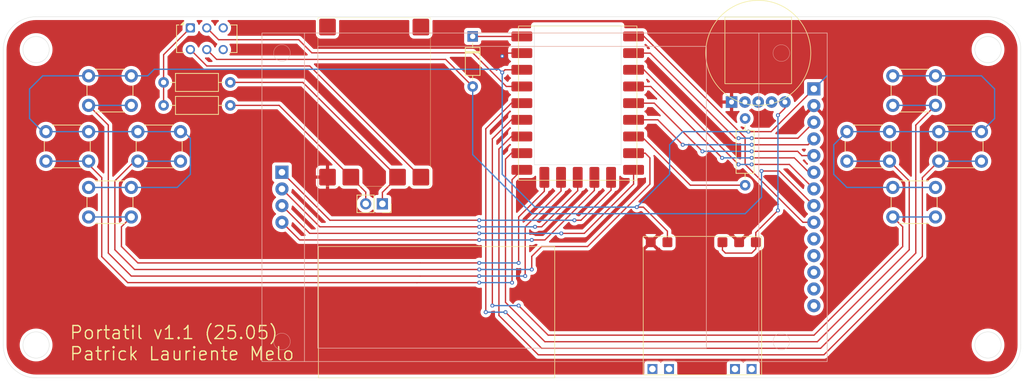
<source format=kicad_pcb>
(kicad_pcb (version 20241229) (generator "pcbnew") (generator_version "9.0")
  (layers (0 "F.Cu" signal) (2 "B.Cu" signal) (5 "F.SilkS" user "F.Silkscreen") (7 "B.SilkS" user "B.Silkscreen") (1 "F.Mask" user) (3 "B.Mask" user) (25 "Edge.Cuts" user))
  (net 0 "")
  (net 1 "Net-(J1-Pin_2)")
  (net 3 "GND")
  (net 4 "Net-(U1-OUT+)")
  (net 8 "+VBAT_REF")
  (net 9 "+VBAT")
  (net 10 "Net-(J2-Pin_1)")
  (net 11 "Net-(R2-Pad2)")
  (net 12 "BTN_UP")
  (net 13 "+3.3V")
  (net 14 "BTN_DOWN")
  (net 15 "BTN_LEFT")
  (net 16 "BTN_RIGHT")
  (net 17 "BTN_A")
  (net 18 "BTN_B")
  (net 19 "BTN_X")
  (net 20 "BTN_Y")
  (net 21 "Net-(D1-K)")
  (net 22 "LCD_SDI")
  (net 23 "SD_CS")
  (net 24 "SD_SDI")
  (net 25 "SD_SDO")
  (net 26 "SND_OUTPUT")
  (net 27 "LCD_RESET")
  (net 28 "LCD_SCK")
  (net 29 "LCD_CS")
  (net 30 "LCD_SDO")
  (net 31 "LCD_DC")
  (net 32 "SD_SCK")
  (net 33 "AMP_INPUT")
  (net 36 "Net-(J2-Pin_2)")
  (footprint "Button_Switch_THT:SW_PUSH_6mm" (layer "F.Cu") (at 51 -10)
    (property "Reference" "SW4" (hide yes))
    (property "Value" "PushRight")
    (fp_line (start -0.25 1.5) (end -0.25 3) (stroke (width 0.12)) (layer "F.SilkS"))
    (fp_line (start 1 5.5) (end 5.5 5.5) (stroke (width 0.12)) (layer "F.SilkS"))
    (fp_line (start 5.5 -1) (end 1 -1) (stroke (width 0.12)) (layer "F.SilkS"))
    (fp_line (start 6.75 3) (end 6.75 1.5) (stroke (width 0.12)) (layer "F.SilkS"))
    (pad "1" thru_hole circle (at 0 0 90) (size 2 2) (drill 1.1) (layers "*.Cu" "*.Mask") (net 13 "+3.3V"))
    (pad "1" thru_hole circle (at 6.5 0 90) (size 2 2) (drill 1.1) (layers "*.Cu" "*.Mask") (net 13 "+3.3V"))
    (pad "2" thru_hole circle (at 0 4.5 90) (size 2 2) (drill 1.1) (layers "*.Cu" "*.Mask") (net 16 "BTN_RIGHT"))
    (pad "2" thru_hole circle (at 6.5 4.5 90) (size 2 2) (drill 1.1) (layers "*.Cu" "*.Mask") (net 16 "BTN_RIGHT"))
  )
  (footprint "Resistor_THT:R_Axial_DIN0207_L6.3mm_D2.5mm_P10.16mm_Horizontal" (layer "F.Cu") (at -42.92 -14 180)
    (property "Reference" "R3" (hide yes))
    (property "Value" "10K")
    (fp_line (start 9.12 0) (end 8.35 0) (stroke (width 0.12)) (layer "F.SilkS"))
    (fp_line (start 8.35 1.37) (end 8.35 -1.37) (stroke (width 0.12)) (layer "F.SilkS"))
    (fp_line (start 8.35 -1.37) (end 1.81 -1.37) (stroke (width 0.12)) (layer "F.SilkS"))
    (fp_line (start 1.81 1.37) (end 8.35 1.37) (stroke (width 0.12)) (layer "F.SilkS"))
    (fp_line (start 1.81 -1.37) (end 1.81 1.37) (stroke (width 0.12)) (layer "F.SilkS"))
    (fp_line (start 1.04 0) (end 1.81 0) (stroke (width 0.12)) (layer "F.SilkS"))
    (pad "1" thru_hole circle (at 0 0 180) (size 1.6 1.6) (drill 0.8) (layers "*.Cu" "*.Mask") (net 36 "Net-(J2-Pin_2)"))
    (pad "2" thru_hole oval (at 10.16 0 180) (size 1.6 1.6) (drill 0.8) (layers "*.Cu" "*.Mask") (net 11 "Net-(R2-Pad2)"))
  )
  (footprint "Connector_PinSocket_2.54mm:PinSocket_1x02_P2.54mm_Vertical" (layer "F.Cu") (at -19.75 1 -90)
    (property "Reference" "J2" (hide yes))
    (property "Value" "BatteryConnector")
    (fp_line (start -1.33 3.87) (end 1.33 3.87) (stroke (width 0.12)) (layer "F.SilkS"))
    (fp_line (start -1.33 1.27) (end -1.33 3.87) (stroke (width 0.12)) (layer "F.SilkS"))
    (fp_line (start -1.33 1.27) (end 1.33 1.27) (stroke (width 0.12)) (layer "F.SilkS"))
    (fp_line (start 1.33 1.27) (end 1.33 3.87) (stroke (width 0.12)) (layer "F.SilkS"))
    (fp_line (start 0 -1.33) (end 1.33 -1.33) (stroke (width 0.12)) (layer "F.SilkS"))
    (fp_line (start 1.33 -1.33) (end 1.33 0) (stroke (width 0.12)) (layer "F.SilkS"))
    (pad "1" thru_hole rect (at 0 0 270) (size 1.7 1.7) (drill 1) (layers "*.Cu" "*.Mask") (net 10 "Net-(J2-Pin_1)"))
    (pad "2" thru_hole circle (at 0 2.54 270) (size 1.7 1.7) (drill 1) (layers "*.Cu" "*.Mask") (net 36 "Net-(J2-Pin_2)"))
  )
  (footprint "Resistor_THT:R_Axial_DIN0207_L6.3mm_D2.5mm_P10.16mm_Horizontal" (layer "F.Cu") (at 35.5 -12 -90)
    (property "Reference" "R1" (hide yes))
    (property "Value" "22K")
    (fp_line (start 1.81 1.37) (end 8.35 1.37) (stroke (width 0.12)) (layer "F.SilkS"))
    (fp_line (start 8.35 1.37) (end 8.35 -1.37) (stroke (width 0.12)) (layer "F.SilkS"))
    (fp_line (start 1.04 0) (end 1.81 0) (stroke (width 0.12)) (layer "F.SilkS"))
    (fp_line (start 9.12 0) (end 8.35 0) (stroke (width 0.12)) (layer "F.SilkS"))
    (fp_line (start 1.81 -1.37) (end 1.81 1.37) (stroke (width 0.12)) (layer "F.SilkS"))
    (fp_line (start 8.35 -1.37) (end 1.81 -1.37) (stroke (width 0.12)) (layer "F.SilkS"))
    (pad "1" thru_hole circle (at 0 0 270) (size 1.6 1.6) (drill 0.8) (layers "*.Cu" "*.Mask") (net 1 "Net-(J1-Pin_2)"))
    (pad "2" thru_hole oval (at 10.16 0 270) (size 1.6 1.6) (drill 0.8) (layers "*.Cu" "*.Mask") (net 26 "SND_OUTPUT"))
  )
  (footprint "Button_Switch_THT:SW_PUSH_6mm" (layer "F.Cu") (at -57 -10)
    (property "Reference" "SW8" (hide yes))
    (property "Value" "PushY")
    (fp_line (start -0.25 1.5) (end -0.25 3) (stroke (width 0.12)) (layer "F.SilkS"))
    (fp_line (start 1 5.5) (end 5.5 5.5) (stroke (width 0.12)) (layer "F.SilkS"))
    (fp_line (start 5.5 -1) (end 1 -1) (stroke (width 0.12)) (layer "F.SilkS"))
    (fp_line (start 6.75 3) (end 6.75 1.5) (stroke (width 0.12)) (layer "F.SilkS"))
    (pad "1" thru_hole circle (at 0 0 90) (size 2 2) (drill 1.1) (layers "*.Cu" "*.Mask") (net 13 "+3.3V"))
    (pad "1" thru_hole circle (at 6.5 0 90) (size 2 2) (drill 1.1) (layers "*.Cu" "*.Mask") (net 13 "+3.3V"))
    (pad "2" thru_hole circle (at 0 4.5 90) (size 2 2) (drill 1.1) (layers "*.Cu" "*.Mask") (net 20 "BTN_Y"))
    (pad "2" thru_hole circle (at 6.5 4.5 90) (size 2 2) (drill 1.1) (layers "*.Cu" "*.Mask") (net 20 "BTN_Y"))
  )
  (footprint "Button_Switch_THT:SW_PUSH_6mm" (layer "F.Cu") (at -64.5 -1.5)
    (property "Reference" "SW6" (hide yes))
    (property "Value" "PushB")
    (fp_line (start -0.25 1.5) (end -0.25 3) (stroke (width 0.12)) (layer "F.SilkS"))
    (fp_line (start 1 5.5) (end 5.5 5.5) (stroke (width 0.12)) (layer "F.SilkS"))
    (fp_line (start 5.5 -1) (end 1 -1) (stroke (width 0.12)) (layer "F.SilkS"))
    (fp_line (start 6.75 3) (end 6.75 1.5) (stroke (width 0.12)) (layer "F.SilkS"))
    (pad "1" thru_hole circle (at 0 0 90) (size 2 2) (drill 1.1) (layers "*.Cu" "*.Mask") (net 13 "+3.3V"))
    (pad "1" thru_hole circle (at 6.5 0 90) (size 2 2) (drill 1.1) (layers "*.Cu" "*.Mask") (net 13 "+3.3V"))
    (pad "2" thru_hole circle (at 0 4.5 90) (size 2 2) (drill 1.1) (layers "*.Cu" "*.Mask") (net 18 "BTN_B"))
    (pad "2" thru_hole circle (at 6.5 4.5 90) (size 2 2) (drill 1.1) (layers "*.Cu" "*.Mask") (net 18 "BTN_B"))
  )
  (footprint "Button_Switch_THT:SW_PUSH_6mm" (layer "F.Cu") (at -71 -10)
    (property "Reference" "SW5" (hide yes))
    (property "Value" "PushA")
    (fp_line (start -0.25 1.5) (end -0.25 3) (stroke (width 0.12)) (layer "F.SilkS"))
    (fp_line (start 1 5.5) (end 5.5 5.5) (stroke (width 0.12)) (layer "F.SilkS"))
    (fp_line (start 5.5 -1) (end 1 -1) (stroke (width 0.12)) (layer "F.SilkS"))
    (fp_line (start 6.75 3) (end 6.75 1.5) (stroke (width 0.12)) (layer "F.SilkS"))
    (pad "1" thru_hole circle (at 0 0 90) (size 2 2) (drill 1.1) (layers "*.Cu" "*.Mask") (net 13 "+3.3V"))
    (pad "1" thru_hole circle (at 6.5 0 90) (size 2 2) (drill 1.1) (layers "*.Cu" "*.Mask") (net 13 "+3.3V"))
    (pad "2" thru_hole circle (at 0 4.5 90) (size 2 2) (drill 1.1) (layers "*.Cu" "*.Mask") (net 17 "BTN_A"))
    (pad "2" thru_hole circle (at 6.5 4.5 90) (size 2 2) (drill 1.1) (layers "*.Cu" "*.Mask") (net 17 "BTN_A"))
  )
  (footprint "Portatil:RP2040 Zero" (layer "F.Cu") (at 10 -14.34)
    (property "Reference" "U3" (hide yes))
    (property "Value" "RP2040 Zero")
    (fp_rect (start -9.017 -11.7475) (end 9.017 11.7475) (stroke (width 0.1)) (fill no) (layer "F.SilkS"))
    (fp_rect (start -6.604 -11.811) (end 6.604 9.398) (stroke (width 0.05)) (fill no) (layer "Edge.Cuts"))
    (pad "1" smd roundrect (at 8.509 -10.16) (size 3.175 1.5) (layers "F.Cu" "F.Mask" "F.Paste") (roundrect_rratio 0.15) (net 30 "LCD_SDO"))
    (pad "2" smd roundrect (at 8.509 -7.62) (size 3.175 1.5) (layers "F.Cu" "F.Mask" "F.Paste") (roundrect_rratio 0.15) (net 29 "LCD_CS"))
    (pad "3" smd roundrect (at 8.509 -5.08) (size 3.175 1.5) (layers "F.Cu" "F.Mask" "F.Paste") (roundrect_rratio 0.15) (net 28 "LCD_SCK"))
    (pad "4" smd roundrect (at 8.509 -2.54) (size 3.175 1.5) (layers "F.Cu" "F.Mask" "F.Paste") (roundrect_rratio 0.15) (net 22 "LCD_SDI"))
    (pad "5" smd roundrect (at 8.509 0) (size 3.175 1.5) (layers "F.Cu" "F.Mask" "F.Paste") (roundrect_rratio 0.15) (net 31 "LCD_DC"))
    (pad "6" smd roundrect (at 8.509 2.54) (size 3.175 1.5) (layers "F.Cu" "F.Mask" "F.Paste") (roundrect_rratio 0.15) (net 27 "LCD_RESET"))
    (pad "7" smd roundrect (at 8.509 5.08) (size 3.175 1.5) (layers "F.Cu" "F.Mask" "F.Paste") (roundrect_rratio 0.15) (net 26 "SND_OUTPUT"))
    (pad "8" smd roundrect (at 8.509 7.62) (size 3.175 1.5) (layers "F.Cu" "F.Mask" "F.Paste") (roundrect_rratio 0.15) (net 20 "BTN_Y"))
    (pad "9" smd roundrect (at 8.509 10.16) (size 3.175 1.5) (layers "F.Cu" "F.Mask" "F.Paste") (roundrect_rratio 0.15) (net 25 "SD_SDO"))
    (pad "10" smd roundrect (at 5.08 11.303) (size 1.5 3.175) (layers "F.Cu" "F.Mask" "F.Paste") (roundrect_rratio 0.15) (net 23 "SD_CS"))
    (pad "11" smd roundrect (at 2.54 11.303) (size 1.5 3.175) (layers "F.Cu" "F.Mask" "F.Paste") (roundrect_rratio 0.15) (net 32 "SD_SCK"))
    (pad "12" smd roundrect (at 0 11.303) (size 1.5 3.175) (layers "F.Cu" "F.Mask" "F.Paste") (roundrect_rratio 0.15) (net 24 "SD_SDI"))
    (pad "13" smd roundrect (at -2.54 11.303) (size 1.5 3.175) (layers "F.Cu" "F.Mask" "F.Paste") (roundrect_rratio 0.15) (net 19 "BTN_X"))
    (pad "14" smd roundrect (at -5.08 11.303) (size 1.5 3.175) (layers "F.Cu" "F.Mask" "F.Paste") (roundrect_rratio 0.15) (net 18 "BTN_B"))
    (pad "15" smd roundrect (at -8.509 10.16) (size 3.175 1.5) (layers "F.Cu" "F.Mask" "F.Paste") (roundrect_rratio 0.15) (net 17 "BTN_A"))
    (pad "16" smd roundrect (at -8.509 7.62) (size 3.175 1.5) (layers "F.Cu" "F.Mask" "F.Paste") (roundrect_rratio 0.15) (net 16 "BTN_RIGHT"))
    (pad "17" smd roundrect (at -8.509 5.08) (size 3.175 1.5) (layers "F.Cu" "F.Mask" "F.Paste") (roundrect_rratio 0.15) (net 15 "BTN_LEFT"))
    (pad "18" smd roundrect (at -8.509 2.54) (size 3.175 1.5) (layers "F.Cu" "F.Mask" "F.Paste") (roundrect_rratio 0.15) (net 14 "BTN_DOWN"))
    (pad "19" smd roundrect (at -8.509 0) (size 3.175 1.5) (layers "F.Cu" "F.Mask" "F.Paste") (roundrect_rratio 0.15) (net 12 "BTN_UP"))
    (pad "20" smd roundrect (at -8.509 -2.54) (size 3.175 1.5) (layers "F.Cu" "F.Mask" "F.Paste") (roundrect_rratio 0.15) (net 8 "+VBAT_REF"))
    (pad "21" smd roundrect (at -8.509 -5.08) (size 3.175 1.5) (layers "F.Cu" "F.Mask" "F.Paste") (roundrect_rratio 0.15) (net 13 "+3.3V"))
    (pad "22" smd roundrect (at -8.509 -7.62) (size 3.175 1.5) (layers "F.Cu" "F.Mask" "F.Paste") (roundrect_rratio 0.15) (net 3 "GND"))
    (pad "23" smd roundrect (at -8.509 -10.16) (size 3.175 1.5) (layers "F.Cu" "F.Mask" "F.Paste") (roundrect_rratio 0.15) (net 21 "Net-(D1-K)"))
  )
  (footprint "Button_Switch_THT:SW_PUSH_6mm" (layer "F.Cu") (at 58 -1.5)
    (property "Reference" "SW2" (hide yes))
    (property "Value" "PushDown")
    (fp_line (start -0.25 1.5) (end -0.25 3) (stroke (width 0.12)) (layer "F.SilkS"))
    (fp_line (start 1 5.5) (end 5.5 5.5) (stroke (width 0.12)) (layer "F.SilkS"))
    (fp_line (start 5.5 -1) (end 1 -1) (stroke (width 0.12)) (layer "F.SilkS"))
    (fp_line (start 6.75 3) (end 6.75 1.5) (stroke (width 0.12)) (layer "F.SilkS"))
    (pad "1" thru_hole circle (at 0 0 90) (size 2 2) (drill 1.1) (layers "*.Cu" "*.Mask") (net 13 "+3.3V"))
    (pad "1" thru_hole circle (at 6.5 0 90) (size 2 2) (drill 1.1) (layers "*.Cu" "*.Mask") (net 13 "+3.3V"))
    (pad "2" thru_hole circle (at 0 4.5 90) (size 2 2) (drill 1.1) (layers "*.Cu" "*.Mask") (net 14 "BTN_DOWN"))
    (pad "2" thru_hole circle (at 6.5 4.5 90) (size 2 2) (drill 1.1) (layers "*.Cu" "*.Mask") (net 14 "BTN_DOWN"))
  )
  (footprint "Button_Switch_THT:SW_PUSH_6mm" (layer "F.Cu") (at 65 -10)
    (property "Reference" "SW3" (hide yes))
    (property "Value" "PushLeft")
    (fp_line (start -0.25 1.5) (end -0.25 3) (stroke (width 0.12)) (layer "F.SilkS"))
    (fp_line (start 1 5.5) (end 5.5 5.5) (stroke (width 0.12)) (layer "F.SilkS"))
    (fp_line (start 5.5 -1) (end 1 -1) (stroke (width 0.12)) (layer "F.SilkS"))
    (fp_line (start 6.75 3) (end 6.75 1.5) (stroke (width 0.12)) (layer "F.SilkS"))
    (pad "1" thru_hole circle (at 0 0 90) (size 2 2) (drill 1.1) (layers "*.Cu" "*.Mask") (net 13 "+3.3V"))
    (pad "1" thru_hole circle (at 6.5 0 90) (size 2 2) (drill 1.1) (layers "*.Cu" "*.Mask") (net 13 "+3.3V"))
    (pad "2" thru_hole circle (at 0 4.5 90) (size 2 2) (drill 1.1) (layers "*.Cu" "*.Mask") (net 15 "BTN_LEFT"))
    (pad "2" thru_hole circle (at 6.5 4.5 90) (size 2 2) (drill 1.1) (layers "*.Cu" "*.Mask") (net 15 "BTN_LEFT"))
  )
  (footprint "Diode_THT:D_DO-35_SOD27_P7.62mm_Horizontal" (layer "F.Cu") (at -6 -24.5 -90)
    (property "Reference" "D1" (hide yes))
    (property "Value" "1N5820")
    (fp_line (start 1.69 1.12) (end 5.93 1.12) (stroke (width 0.12)) (layer "F.SilkS"))
    (fp_line (start 5.93 1.12) (end 5.93 -1.12) (stroke (width 0.12)) (layer "F.SilkS"))
    (fp_line (start 1.04 0) (end 1.69 0) (stroke (width 0.12)) (layer "F.SilkS"))
    (fp_line (start 6.58 0) (end 5.93 0) (stroke (width 0.12)) (layer "F.SilkS"))
    (fp_line (start 1.69 -1.12) (end 1.69 1.12) (stroke (width 0.12)) (layer "F.SilkS"))
    (fp_line (start 2.29 -1.12) (end 2.29 1.12) (stroke (width 0.12)) (layer "F.SilkS"))
    (fp_line (start 2.41 -1.12) (end 2.41 1.12) (stroke (width 0.12)) (layer "F.SilkS"))
    (fp_line (start 2.53 -1.12) (end 2.53 1.12) (stroke (width 0.12)) (layer "F.SilkS"))
    (fp_line (start 5.93 -1.12) (end 1.69 -1.12) (stroke (width 0.12)) (layer "F.SilkS"))
    (pad "1" thru_hole rect (at 0 0 270) (size 1.6 1.6) (drill 0.8) (layers "*.Cu" "*.Mask") (net 21 "Net-(D1-K)"))
    (pad "2" thru_hole oval (at 7.62 0 270) (size 1.6 1.6) (drill 0.8) (layers "*.Cu" "*.Mask") (net 9 "+VBAT"))
  )
  (footprint "Button_Switch_THT:SW_CK_JS202011CQN_DPDT_Straight" (layer "F.Cu") (at -49 -25.8)
    (property "Reference" "SW9" (hide yes))
    (property "Value" "PowerSwitch")
    (fp_line (start -2.1 -0.45) (end -2.1 3.75) (stroke (width 0.12)) (layer "F.SilkS"))
    (fp_line (start -2.1 3.75) (end -0.9 3.75) (stroke (width 0.12)) (layer "F.SilkS"))
    (fp_line (start -1.75 -0.45) (end -2.1 -0.45) (stroke (width 0.12)) (layer "F.SilkS"))
    (fp_line (start 5.9 -0.45) (end 7.1 -0.45) (stroke (width 0.12)) (layer "F.SilkS"))
    (fp_line (start 7.1 -0.45) (end 7.1 3.75) (stroke (width 0.12)) (layer "F.SilkS"))
    (fp_line (start 7.1 3.75) (end 5.9 3.75) (stroke (width 0.12)) (layer "F.SilkS"))
    (fp_poly (pts (xy -1 -0.45) (xy -1.48 -0.45) (xy -1 -0.93) (xy -1 -0.45)) (stroke (width 0.12)) (fill yes) (layer "F.SilkS"))
    (pad "1" thru_hole roundrect (at 0 0) (size 1.4 1.4) (drill 0.9) (layers "*.Cu" "*.Mask") (roundrect_rratio 0.1785714286) (net 11 "Net-(R2-Pad2)"))
    (pad "2" thru_hole circle (at 2.5 0) (size 1.4 1.4) (drill 0.9) (layers "*.Cu" "*.Mask") (net 8 "+VBAT_REF"))
    (pad "3" thru_hole circle (at 5 0) (size 1.4 1.4) (drill 0.9) (layers "*.Cu" "*.Mask"))
    (pad "4" thru_hole circle (at 5 3.3) (size 1.4 1.4) (drill 0.9) (layers "*.Cu" "*.Mask"))
    (pad "5" thru_hole circle (at 2.5 3.3) (size 1.4 1.4) (drill 0.9) (layers "*.Cu" "*.Mask") (net 9 "+VBAT"))
    (pad "6" thru_hole circle (at 0 3.3) (size 1.4 1.4) (drill 0.9) (layers "*.Cu" "*.Mask") (net 4 "Net-(U1-OUT+)"))
  )
  (footprint "Resistor_THT:R_Axial_DIN0207_L6.3mm_D2.5mm_P10.16mm_Horizontal" (layer "F.Cu") (at -42.92 -17.5 180)
    (property "Reference" "R2" (hide yes))
    (property "Value" "10K")
    (fp_line (start 9.12 0) (end 8.35 0) (stroke (width 0.12)) (layer "F.SilkS"))
    (fp_line (start 8.35 1.37) (end 8.35 -1.37) (stroke (width 0.12)) (layer "F.SilkS"))
    (fp_line (start 8.35 -1.37) (end 1.81 -1.37) (stroke (width 0.12)) (layer "F.SilkS"))
    (fp_line (start 1.81 1.37) (end 8.35 1.37) (stroke (width 0.12)) (layer "F.SilkS"))
    (fp_line (start 1.81 -1.37) (end 1.81 1.37) (stroke (width 0.12)) (layer "F.SilkS"))
    (fp_line (start 1.04 0) (end 1.81 0) (stroke (width 0.12)) (layer "F.SilkS"))
    (pad "1" thru_hole circle (at 0 0 180) (size 1.6 1.6) (drill 0.8) (layers "*.Cu" "*.Mask") (net 10 "Net-(J2-Pin_1)"))
    (pad "2" thru_hole oval (at 10.16 0 180) (size 1.6 1.6) (drill 0.8) (layers "*.Cu" "*.Mask") (net 11 "Net-(R2-Pad2)"))
  )
  (footprint "Portatil:Thumbwheel Potentiometer" (layer "F.Cu") (at 37.5 -22)
    (property "Reference" "J1" (hide yes))
    (property "Value" "B102 1K VolumePot")
    (fp_rect (start -5.08 -5.461) (end 5.08 4.699) (stroke (width 0.1)) (fill no) (layer "F.SilkS"))
    (fp_circle (center 0 0) (end 8.001 0) (stroke (width 0.1)) (fill no) (layer "F.SilkS"))
    (pad "1" thru_hole rect (at -4.064 7.493) (size 1.75 1.75) (drill 0.75) (layers "*.Cu" "*.Mask") (net 3 "GND"))
    (pad "2" thru_hole circle (at -2.032 7.493) (size 1.75 1.75) (drill 0.75) (layers "*.Cu" "*.Mask") (net 1 "Net-(J1-Pin_2)"))
    (pad "3" thru_hole circle (at 0 7.493) (size 1.75 1.75) (drill 0.75) (layers "*.Cu" "*.Mask"))
    (pad "4" thru_hole circle (at 2.032 7.493) (size 1.75 1.75) (drill 0.75) (layers "*.Cu" "*.Mask"))
    (pad "5" thru_hole circle (at 4.064 7.493) (size 1.75 1.75) (drill 0.75) (layers "*.Cu" "*.Mask") (net 33 "AMP_INPUT"))
  )
  (footprint "Portatil:PAM8403 Module" (layer "F.Cu") (at 29 16.5 180)
    (property "Reference" "U2" (hide yes))
    (property "Value" "PAM8403")
    (fp_rect (start -9.017 -10.541) (end 9.017 10.541) (stroke (width 0.1)) (fill no) (layer "F.SilkS"))
    (pad "1" smd roundrect (at 5.334 9.652 180) (size 1.5 1.5) (layers "F.Cu" "F.Mask" "F.Paste") (roundrect_rratio 0.15) (net 13 "+3.3V"))
    (pad "2" smd roundrect (at 7.874 9.652 180) (size 1.5 1.5) (layers "F.Cu" "F.Mask" "F.Paste") (roundrect_rratio 0.15) (net 3 "GND"))
    (pad "3" smd roundrect (at -8.128 9.652 180) (size 1.5 1.5) (layers "F.Cu" "F.Mask" "F.Paste") (roundrect_rratio 0.15) (net 33 "AMP_INPUT"))
    (pad "4" smd roundrect (at -5.588 9.652 180) (size 1.5 1.5) (layers "F.Cu" "F.Mask" "F.Paste") (roundrect_rratio 0.15) (net 3 "GND"))
    (pad "5" smd roundrect (at -3.048 9.652 180) (size 1.5 1.5) (layers "F.Cu" "F.Mask" "F.Paste") (roundrect_rratio 0.15) (net 33 "AMP_INPUT"))
    (pad "6" thru_hole rect (at -4.953 -9.652 180) (size 1.5 1.5) (drill 1) (layers "*.Cu" "F.Mask" "F.Paste"))
    (pad "7" thru_hole rect (at -7.493 -9.652 180) (size 1.5 1.5) (drill 1) (layers "*.Cu" "F.Mask" "F.Paste"))
    (pad "8" thru_hole rect (at 5.08 -9.652 180) (size 1.5 1.5) (drill 1) (layers "*.Cu" "F.Mask" "F.Paste"))
    (pad "9" thru_hole rect (at 7.62 -9.652 180) (size 1.5 1.5) (drill 1) (layers "*.Cu" "F.Mask" "F.Paste"))
  )
  (footprint "Portatil:TP4056 Module" (layer "F.Cu") (at -21 -14.5)
    (property "Reference" "U1" (hide yes))
    (property "Value" "TP4056")
    (fp_rect (start -8.5725 -12.842875) (end 8.5725 12.842875) (stroke (width 0.05)) (fill no) (layer "F.SilkS"))
    (pad "1" smd roundrect (at 7.112 -11.43) (size 2.54 2.54) (layers "F.Cu" "F.Mask" "F.Paste") (roundrect_rratio 0.09842519685))
    (pad "2" smd roundrect (at -7.112 -11.43) (size 2.54 2.54) (layers "F.Cu" "F.Mask" "F.Paste") (roundrect_rratio 0.09842519685))
    (pad "3" smd roundrect (at 3.556 11.43) (size 2.54 2.54) (layers "F.Cu" "F.Mask" "F.Paste") (roundrect_rratio 0.09842519685) (net 10 "Net-(J2-Pin_1)"))
    (pad "4" smd roundrect (at -3.556 11.43) (size 2.54 2.54) (layers "F.Cu" "F.Mask" "F.Paste") (roundrect_rratio 0.09842519685) (net 36 "Net-(J2-Pin_2)"))
    (pad "5" smd roundrect (at 7.112 11.43) (size 2.54 2.54) (layers "F.Cu" "F.Mask" "F.Paste") (roundrect_rratio 0.09842519685) (net 4 "Net-(U1-OUT+)"))
    (pad "6" smd roundrect (at -7.112 11.43) (size 2.54 2.54) (layers "F.Cu" "F.Mask" "F.Paste") (roundrect_rratio 0.09842519685) (net 3 "GND"))
  )
  (footprint "Button_Switch_THT:SW_PUSH_6mm" (layer "F.Cu") (at -64.5 -18.5)
    (property "Reference" "SW7" (hide yes))
    (property "Value" "PushX")
    (fp_line (start -0.25 1.5) (end -0.25 3) (stroke (width 0.12)) (layer "F.SilkS"))
    (fp_line (start 1 5.5) (end 5.5 5.5) (stroke (width 0.12)) (layer "F.SilkS"))
    (fp_line (start 5.5 -1) (end 1 -1) (stroke (width 0.12)) (layer "F.SilkS"))
    (fp_line (start 6.75 3) (end 6.75 1.5) (stroke (width 0.12)) (layer "F.SilkS"))
    (pad "1" thru_hole circle (at 0 0 90) (size 2 2) (drill 1.1) (layers "*.Cu" "*.Mask") (net 13 "+3.3V"))
    (pad "1" thru_hole circle (at 6.5 0 90) (size 2 2) (drill 1.1) (layers "*.Cu" "*.Mask") (net 13 "+3.3V"))
    (pad "2" thru_hole circle (at 0 4.5 90) (size 2 2) (drill 1.1) (layers "*.Cu" "*.Mask") (net 19 "BTN_X"))
    (pad "2" thru_hole circle (at 6.5 4.5 90) (size 2 2) (drill 1.1) (layers "*.Cu" "*.Mask") (net 19 "BTN_X"))
  )
  (footprint "Button_Switch_THT:SW_PUSH_6mm" (layer "F.Cu") (at 58 -18.5)
    (property "Reference" "SW1" (hide yes))
    (property "Value" "PushUp")
    (fp_line (start -0.25 1.5) (end -0.25 3) (stroke (width 0.12)) (layer "F.SilkS"))
    (fp_line (start 1 5.5) (end 5.5 5.5) (stroke (width 0.12)) (layer "F.SilkS"))
    (fp_line (start 5.5 -1) (end 1 -1) (stroke (width 0.12)) (layer "F.SilkS"))
    (fp_line (start 6.75 3) (end 6.75 1.5) (stroke (width 0.12)) (layer "F.SilkS"))
    (pad "1" thru_hole circle (at 0 0 90) (size 2 2) (drill 1.1) (layers "*.Cu" "*.Mask") (net 13 "+3.3V"))
    (pad "1" thru_hole circle (at 6.5 0 90) (size 2 2) (drill 1.1) (layers "*.Cu" "*.Mask") (net 13 "+3.3V"))
    (pad "2" thru_hole circle (at 0 4.5 90) (size 2 2) (drill 1.1) (layers "*.Cu" "*.Mask") (net 12 "BTN_UP"))
    (pad "2" thru_hole circle (at 6.5 4.5 90) (size 2 2) (drill 1.1) (layers "*.Cu" "*.Mask") (net 12 "BTN_UP"))
  )
  (footprint "Portatil:ILI9341 Module" (layer "B.Cu") (at 0 0 180)
    (property "Reference" "U4" (hide yes))
    (property "Value" "ILI9341")
    (fp_line (start 31.623 25.019) (end 31.623 -25.019) (stroke (width 0.1)) (layer "B.SilkS"))
    (fp_line (start -37.592 25.019) (end -37.592 -25.019) (stroke (width 0.1)) (layer "B.SilkS"))
    (fp_rect (start -29.591 22.987) (end 29.591 -22.987) (stroke (width 0.1)) (fill no) (layer "B.SilkS"))
    (fp_rect (start -48.006 25.019) (end 38.1 -25.019) (stroke (width 0.1)) (fill no) (layer "B.SilkS"))
    (fp_circle (center 35.052 21.971) (end 36.322 21.971) (stroke (width 0.05)) (fill no) (layer "B.SilkS"))
    (fp_circle (center 35.052 -21.971) (end 36.322 -21.971) (stroke (width 0.05)) (fill no) (layer "B.SilkS"))
    (fp_circle (center -41.021 21.971) (end -39.751 21.971) (stroke (width 0.05)) (fill no) (layer "B.SilkS"))
    (fp_circle (center -41.021 -21.971) (end -39.751 -21.971) (stroke (width 0.05)) (fill no) (layer "B.SilkS"))
    (pad "1" thru_hole rect (at -45.974 16.51 180) (size 2 2) (drill 1) (layers "*.Cu" "*.Mask") (net 13 "+3.3V"))
    (pad "2" thru_hole circle (at -45.974 13.97 180) (size 2 2) (drill 1) (layers "*.Cu" "*.Mask") (net 3 "GND"))
    (pad "3" thru_hole circle (at -45.974 11.43 180) (size 2 2) (drill 1) (layers "*.Cu" "*.Mask") (net 29 "LCD_CS"))
    (pad "4" thru_hole circle (at -45.974 8.89 180) (size 2 2) (drill 1) (layers "*.Cu" "*.Mask") (net 27 "LCD_RESET"))
    (pad "5" thru_hole circle (at -45.974 6.35 180) (size 2 2) (drill 1) (layers "*.Cu" "*.Mask") (net 31 "LCD_DC"))
    (pad "6" thru_hole circle (at -45.974 3.81 180) (size 2 2) (drill 1) (layers "*.Cu" "*.Mask") (net 22 "LCD_SDI"))
    (pad "7" thru_hole circle (at -45.974 1.27 180) (size 2 2) (drill 1) (layers "*.Cu" "*.Mask") (net 28 "LCD_SCK"))
    (pad "8" thru_hole circle (at -45.974 -1.27 180) (size 2 2) (drill 1) (layers "*.Cu" "*.Mask") (net 9 "+VBAT"))
    (pad "9" thru_hole circle (at -45.974 -3.81 180) (size 2 2) (drill 1) (layers "*.Cu" "*.Mask") (net 30 "LCD_SDO"))
    (pad "10" thru_hole circle (at -45.974 -6.35 180) (size 2 2) (drill 1) (layers "*.Cu" "*.Mask"))
    (pad "11" thru_hole circle (at -45.974 -8.89 180) (size 2 2) (drill 1) (layers "*.Cu" "*.Mask"))
    (pad "12" thru_hole circle (at -45.974 -11.43 180) (size 2 2) (drill 1) (layers "*.Cu" "*.Mask"))
    (pad "13" thru_hole circle (at -45.974 -13.97 180) (size 2 2) (drill 1) (layers "*.Cu" "*.Mask"))
    (pad "14" thru_hole circle (at -45.974 -16.51 180) (size 2 2) (drill 1) (layers "*.Cu" "*.Mask"))
    (pad "15" thru_hole rect (at 35.052 3.81 180) (size 2 2) (drill 1) (layers "*.Cu" "*.Mask") (net 23 "SD_CS"))
    (pad "16" thru_hole circle (at 35.052 1.27 180) (size 2 2) (drill 1) (layers "*.Cu" "*.Mask") (net 24 "SD_SDI"))
    (pad "17" thru_hole circle (at 35.052 -1.27 180) (size 2 2) (drill 1) (layers "*.Cu" "*.Mask") (net 25 "SD_SDO"))
    (pad "18" thru_hole circle (at 35.052 -3.81 180) (size 2 2) (drill 1) (layers "*.Cu" "*.Mask") (net 32 "SD_SCK"))
  )
  (gr_rect (start -29.5 7.5) (end 6.5 27.5) (stroke (width 0.1)) (fill no) (layer "F.SilkS"))
  (gr_arc (start 77.5 22.5) (mid 76.035534 26.035534) (end 72.5 27.5) (stroke (width 0.05)) (layer "Edge.Cuts"))
  (gr_arc (start 72.5 -27.5) (mid 76.035534 -26.035534) (end 77.5 -22.5) (stroke (width 0.05)) (layer "Edge.Cuts"))
  (gr_circle (center 72.5 -22.5) (end 74.5 -22.5) (stroke (width 0.05)) (fill no) (layer "Edge.Cuts"))
  (gr_circle (center -72.5 -22.5) (end -70.5 -22.5) (stroke (width 0.05)) (fill no) (layer "Edge.Cuts"))
  (gr_line (start -77.5 22.5) (end -77.5 -22.5) (stroke (width 0.05)) (layer "Edge.Cuts"))
  (gr_arc (start -72.5 27.5) (mid -76.035534 26.035534) (end -77.5 22.5) (stroke (width 0.05)) (layer "Edge.Cuts"))
  (gr_line (start 72.5 27.5) (end -72.5 27.5) (stroke (width 0.05)) (layer "Edge.Cuts"))
  (gr_circle (center 72.5 22.5) (end 74.5 22.5) (stroke (width 0.05)) (fill no) (layer "Edge.Cuts"))
  (gr_line (start 77.5 -22.5) (end 77.5 22.5) (stroke (width 0.05)) (layer "Edge.Cuts"))
  (gr_arc (start -77.5 -22.5) (mid -76.035534 -26.035534) (end -72.5 -27.5) (stroke (width 0.05)) (layer "Edge.Cuts"))
  (gr_line (start -72.5 -27.5) (end 72.5 -27.5) (stroke (width 0.05)) (layer "Edge.Cuts"))
  (gr_circle (center -72.5 22.5) (end -70.5 22.5) (stroke (width 0.05)) (fill no) (layer "Edge.Cuts"))
  (gr_text "Portatil v1.1 (25.05)\nPatrick Lauriente Melo" (at -67.5 25 0) (layer "F.SilkS") (effects (font (size 2 2) (thickness 0.2) (bold yes)) (justify left bottom)))
  (segment (start -1.04 -21.96) (end -1.5 -21.5) (width 0.2) (layer "F.Cu") (net 3))
  (segment (start 1.491 -21.96) (end -1.04 -21.96) (width 0.2) (layer "F.Cu") (net 3))
  (via (at -1.5 -21.5) (size 0.6) (drill 0.3) (layers "F.Cu" "B.Cu") (net 3))
  (segment (start -30.818 -20) (end -13.888 -3.07) (width 0.2) (layer "F.Cu") (net 4))
  (segment (start -46.5 -20) (end -30.818 -20) (width 0.2) (layer "F.Cu") (net 4))
  (segment (start -49 -22.5) (end -46.5 -20) (width 0.2) (layer "F.Cu") (net 4))
  (segment (start -32.5 -24) (end -30.5 -22) (width 0.2) (layer "F.Cu") (net 8))
  (segment (start -0.88 -16.88) (end 1.491 -16.88) (width 0.2) (layer "F.Cu") (net 8))
  (segment (start -6 -22) (end -0.88 -16.88) (width 0.2) (layer "F.Cu") (net 8))
  (segment (start -44.7 -24) (end -32.5 -24) (width 0.2) (layer "F.Cu") (net 8))
  (segment (start -46.5 -25.8) (end -44.7 -24) (width 0.2) (layer "F.Cu") (net 8))
  (segment (start -30.5 -22) (end -6 -22) (width 0.2) (layer "F.Cu") (net 8))
  (segment (start 40.704 -4) (end 38 -4) (width 0.2) (layer "F.Cu") (net 9))
  (segment (start -46.5 -22.5) (end -45 -21) (width 0.2) (layer "F.Cu") (net 9))
  (segment (start -45 -21) (end -10.12 -21) (width 0.2) (layer "F.Cu") (net 9))
  (segment (start -10.12 -21) (end -6 -16.88) (width 0.2) (layer "F.Cu") (net 9))
  (segment (start 45.974 1.27) (end 40.704 -4) (width 0.2) (layer "F.Cu") (net 9))
  (via (at 38 -4) (size 0.6) (drill 0.3) (layers "F.Cu" "B.Cu") (net 9))
  (segment (start 38 0) (end 38 -4) (width 0.2) (layer "B.Cu") (net 9))
  (segment (start -6 -16.88) (end -6 -6.5) (width 0.2) (layer "B.Cu") (net 9))
  (segment (start 35.5 2.5) (end 38 0) (width 0.2) (layer "B.Cu") (net 9))
  (segment (start 3 2.5) (end 35.5 2.5) (width 0.2) (layer "B.Cu") (net 9))
  (segment (start -6 -6.5) (end 3 2.5) (width 0.2) (layer "B.Cu") (net 9))
  (segment (start -17.444 -3.07) (end -31.874 -17.5) (width 0.2) (layer "F.Cu") (net 10))
  (segment (start -17.444 -3.056) (end -17.444 -3.07) (width 0.2) (layer "F.Cu") (net 10))
  (segment (start -31.874 -17.5) (end -42.92 -17.5) (width 0.2) (layer "F.Cu") (net 10))
  (segment (start -19.75 -0.75) (end -17.444 -3.056) (width 0.2) (layer "F.Cu") (net 10))
  (segment (start -19.75 1) (end -19.75 -0.75) (width 0.2) (layer "F.Cu") (net 10))
  (segment (start -53.08 -14) (end -53.08 -17.5) (width 0.2) (layer "F.Cu") (net 11))
  (segment (start -53.08 -21.72) (end -49 -25.8) (width 0.2) (layer "F.Cu") (net 11))
  (segment (start -53.08 -17.5) (end -53.08 -21.72) (width 0.2) (layer "F.Cu") (net 11))
  (segment (start -0.0965 -14.34) (end -4 -10.4365) (width 0.2) (layer "F.Cu") (net 12))
  (segment (start 1.491 -14.34) (end -0.0965 -14.34) (width 0.2) (layer "F.Cu") (net 12))
  (segment (start 61.5 -11) (end 61.5 8.5) (width 0.2) (layer "F.Cu") (net 12))
  (segment (start 61.5 8.5) (end 47 23) (width 0.2) (layer "F.Cu") (net 12))
  (segment (start 47 23) (end 4.5 23) (width 0.2) (layer "F.Cu") (net 12))
  (segment (start 64.5 -14) (end 61.5 -11) (width 0.2) (layer "F.Cu") (net 12))
  (segment (start 4.5 23) (end 2 20.5) (width 0.2) (layer "F.Cu") (net 12))
  (segment (start -4 -10.4365) (end -4 17.5) (width 0.2) (layer "F.Cu") (net 12))
  (segment (start 2 20.5) (end -1 17.5) (width 0.2) (layer "F.Cu") (net 12))
  (via (at -4 17.5) (size 0.6) (drill 0.3) (layers "F.Cu" "B.Cu") (net 12))
  (via (at -1 17.5) (size 0.6) (drill 0.3) (layers "F.Cu" "B.Cu") (net 12))
  (via (at -4 17.5) (size 0.6) (drill 0.3) (layers "F.Cu" "B.Cu") (net 12))
  (segment (start -4 17.5) (end -1 17.5) (width 0.2) (layer "B.Cu") (net 12))
  (segment (start 58 -14) (end 64.5 -14) (width 0.2) (layer "B.Cu") (net 12))
  (segment (start 39.464 -10) (end 36 -10) (width 0.2) (layer "F.Cu") (net 13))
  (segment (start 45.974 -16.51) (end 39.464 -10) (width 0.2) (layer "F.Cu") (net 13))
  (segment (start -1.08 -19.42) (end 1.491 -19.42) (width 0.2) (layer "F.Cu") (net 13))
  (segment (start 20 1.5) (end 23.666 5.166) (width 0.2) (layer "F.Cu") (net 13))
  (segment (start -1.5 -19) (end -1.08 -19.42) (width 0.2) (layer "F.Cu") (net 13))
  (segment (start 19 1.5) (end 20 1.5) (width 0.2) (layer "F.Cu") (net 13))
  (segment (start 23.666 5.166) (end 23.666 6.848) (width 0.2) (layer "F.Cu") (net 13))
  (via (at 36 -10) (size 0.6) (drill 0.3) (layers "F.Cu" "B.Cu") (net 13))
  (via (at -1.5 -19) (size 0.6) (drill 0.3) (layers "F.Cu" "B.Cu") (net 13))
  (via (at 19 1.5) (size 0.6) (drill 0.3) (layers "F.Cu" "B.Cu") (net 13))
  (segment (start 73.5 -16.5) (end 73.5 -12) (width 0.2) (layer "B.Cu") (net 13))
  (segment (start 64.5 -18.5) (end 71.5 -18.5) (width 0.2) (layer "B.Cu") (net 13))
  (segment (start 58 -18.5) (end 64.5 -18.5) (width 0.2) (layer "B.Cu") (net 13))
  (segment (start 49 -8) (end 49 -3.5) (width 0.2) (layer "B.Cu") (net 13))
  (segment (start 49 -3.5) (end 51 -1.5) (width 0.2) (layer "B.Cu") (net 13))
  (segment (start 24 -8) (end 26 -10) (width 0.2) (layer "B.Cu") (net 13))
  (segment (start -54.5 -19.5) (end -2 -19.5) (width 0.2) (layer "B.Cu") (net 13))
  (segment (start -1.5 -3.5) (end -1.5 -19) (width 0.2) (layer "B.Cu") (net 13))
  (segment (start -51 -10) (end -50 -10) (width 0.2) (layer "B.Cu") (net 13))
  (segment (start 26 -10) (end 36 -10) (width 0.2) (layer "B.Cu") (net 13))
  (segment (start 24 -3.5) (end 24 -8) (width 0.2) (layer "B.Cu") (net 13))
  (segment (start -57.5 -10) (end -51 -10) (width 0.2) (layer "B.Cu") (net 13))
  (segment (start 71.5 -10) (end 65 -10) (width 0.2) (layer "B.Cu") (net 13))
  (segment (start 3.5 1.5) (end -1.5 -3.5) (width 0.2) (layer "B.Cu") (net 13))
  (segment (start -50 -10) (end -49 -9) (width 0.2) (layer "B.Cu") (net 13))
  (segment (start -55.5 -18.5) (end -54.5 -19.5) (width 0.2) (layer "B.Cu") (net 13))
  (segment (start -73.5 -12) (end -71.5 -10) (width 0.2) (layer "B.Cu") (net 13))
  (segment (start 71.5 -18.5) (end 73.5 -16.5) (width 0.2) (layer "B.Cu") (net 13))
  (segment (start 45.974 -16.51) (end 47.964 -18.5) (width 0.2) (layer "B.Cu") (net 13))
  (segment (start -58 -1.5) (end -64.5 -1.5) (width 0.2) (layer "B.Cu") (net 13))
  (segment (start -71.5 -18.5) (end -73.5 -16.5) (width 0.2) (layer "B.Cu") (net 13))
  (segment (start -2 -19.5) (end -1.5 -19) (width 0.2) (layer "B.Cu") (net 13))
  (segment (start -49 -3.5) (end -51 -1.5) (width 0.2) (layer "B.Cu") (net 13))
  (segment (start -71.5 -10) (end -65 -10) (width 0.2) (layer "B.Cu") (net 13))
  (segment (start 51 -10) (end 49 -8) (width 0.2) (layer "B.Cu") (net 13))
  (segment (start 73.5 -12) (end 71.5 -10) (width 0.2) (layer "B.Cu") (net 13))
  (segment (start -65 -10) (end -57.5 -10) (width 0.2) (layer "B.Cu") (net 13))
  (segment (start 58 -1.5) (end 64.5 -1.5) (width 0.2) (layer "B.Cu") (net 13))
  (segment (start 51 -1.5) (end 58 -1.5) (width 0.2) (layer "B.Cu") (net 13))
  (segment (start -73.5 -16.5) (end -73.5 -12) (width 0.2) (layer "B.Cu") (net 13))
  (segment (start -64.5 -18.5) (end -71.5 -18.5) (width 0.2) (layer "B.Cu") (net 13))
  (segment (start 19 1.5) (end 3.5 1.5) (width 0.2) (layer "B.Cu") (net 13))
  (segment (start -49 -9) (end -49 -3.5) (width 0.2) (layer "B.Cu") (net 13))
  (segment (start -58 -18.5) (end -64.5 -18.5) (width 0.2) (layer "B.Cu") (net 13))
  (segment (start 19 1.5) (end 24 -3.5) (width 0.2) (layer "B.Cu") (net 13))
  (segment (start 57.5 -10) (end 51 -10) (width 0.2) (layer "B.Cu") (net 13))
  (segment (start -51 -1.5) (end -58 -1.5) (width 0.2) (layer "B.Cu") (net 13))
  (segment (start -58 -18.5) (end -55.5 -18.5) (width 0.2) (layer "B.Cu") (net 13))
  (segment (start 65 -10) (end 57.5 -10) (width 0.2) (layer "B.Cu") (net 13))
  (segment (start 58 3) (end 59.5 4.5) (width 0.2) (layer "F.Cu") (net 14))
  (segment (start -0.0965 -11.8) (end -3 -8.8965) (width 0.2) (layer "F.Cu") (net 14))
  (segment (start 59.5 7.5) (end 46 21) (width 0.2) (layer "F.Cu") (net 14))
  (segment (start 59.5 4.5) (end 59.5 7.5) (width 0.2) (layer "F.Cu") (net 14))
  (segment (start -3 -8.8965) (end -3 16.5) (width 0.2) (layer "F.Cu") (net 14))
  (segment (start 5.5 21) (end 3 18.5) (width 0.2) (layer "F.Cu") (net 14))
  (segment (start 3 18.5) (end 1 16.5) (width 0.2) (layer "F.Cu") (net 14))
  (segment (start 1.491 -11.8) (end -0.0965 -11.8) (width 0.2) (layer "F.Cu") (net 14))
  (segment (start 46 21) (end 5.5 21) (width 0.2) (layer "F.Cu") (net 14))
  (via (at -3 16.5) (size 0.6) (drill 0.3) (layers "F.Cu" "B.Cu") (net 14))
  (via (at 1 16.5) (size 0.6) (drill 0.3) (layers "F.Cu" "B.Cu") (net 14))
  (segment (start 58 3) (end 64.5 3) (width 0.2) (layer "B.Cu") (net 14))
  (segment (start -3 16.5) (end 1 16.5) (width 0.2) (layer "B.Cu") (net 14))
  (segment (start 4 24) (end -2 18) (width 0.2) (layer "F.Cu") (net 15))
  (segment (start 62.5 9) (end 47.5 24) (width 0.2) (layer "F.Cu") (net 15))
  (segment (start 47.5 24) (end 4 24) (width 0.2) (layer "F.Cu") (net 15))
  (segment (start 62.5 -3) (end 62.5 9) (width 0.2) (layer "F.Cu") (net 15))
  (segment (start -0.0965 -9.26) (end 1.491 -9.26) (width 0.2) (layer "F.Cu") (net 15))
  (segment (start 65 -5.5) (end 62.5 -3) (width 0.2) (layer "F.Cu") (net 15))
  (segment (start -2 -7.3565) (end -0.0965 -9.26) (width 0.2) (layer "F.Cu") (net 15))
  (segment (start -2 18) (end -2 -7.3565) (width 0.2) (layer "F.Cu") (net 15))
  (segment (start 65 -5.5) (end 71.5 -5.5) (width 0.2) (layer "B.Cu") (net 15))
  (segment (start 1.491 -6.72) (end -0.0965 -6.72) (width 0.2) (layer "F.Cu") (net 16))
  (segment (start 57.5 -5.5) (end 60.5 -2.5) (width 0.2) (layer "F.Cu") (net 16))
  (segment (start -1 -5.8165) (end -1 16) (width 0.2) (layer "F.Cu") (net 16))
  (segment (start 46.5 22) (end 5 22) (width 0.2) (layer "F.Cu") (net 16))
  (segment (start 60.5 8) (end 46.5 22) (width 0.2) (layer "F.Cu") (net 16))
  (segment (start 60.5 -2.5) (end 60.5 8) (width 0.2) (layer "F.Cu") (net 16))
  (segment (start 5 22) (end -1 16) (width 0.2) (layer "F.Cu") (net 16))
  (segment (start -0.0965 -6.72) (end -1 -5.8165) (width 0.2) (layer "F.Cu") (net 16))
  (segment (start 51 -5.5) (end 57.5 -5.5) (width 0.2) (layer "B.Cu") (net 16))
  (segment (start -62.5 9.046634) (end -58.546634 13) (width 0.2) (layer "F.Cu") (net 17))
  (segment (start 1.491 -4.18) (end 0 -2.689) (width 0.2) (layer "F.Cu") (net 17))
  (segment (start -65 -5.5) (end -62.5 -3) (width 0.2) (layer "F.Cu") (net 17))
  (segment (start -14.5 13) (end -5 13) (width 0.2) (layer "F.Cu") (net 17))
  (segment (start -58.546634 13) (end -14.5 13) (width 0.2) (layer "F.Cu") (net 17))
  (segment (start -62.5 -3) (end -62.5 9.046634) (width 0.2) (layer "F.Cu") (net 17))
  (segment (start 0 -2.689) (end 0 13) (width 0.2) (layer "F.Cu") (net 17))
  (via (at -5 13) (size 0.6) (drill 0.3) (layers "F.Cu" "B.Cu") (net 17))
  (via (at 0 13) (size 0.6) (drill 0.3) (layers "F.Cu" "B.Cu") (net 17))
  (segment (start -5 13) (end 0 13) (width 0.2) (layer "B.Cu") (net 17))
  (segment (start -71.5 -5.5) (end -65 -5.5) (width 0.2) (layer "B.Cu") (net 17))
  (segment (start -57 10) (end -14 10) (width 0.2) (layer "F.Cu") (net 18))
  (segment (start 4.92 -0.92) (end 4.92 -3.037) (width 0.2) (layer "F.Cu") (net 18))
  (segment (start -59.5 7.5) (end -57 10) (width 0.2) (layer "F.Cu") (net 18))
  (segment (start -14 10) (end -5 10) (width 0.2) (layer "F.Cu") (net 18))
  (segment (start 1 3) (end 4.92 -0.92) (width 0.2) (layer "F.Cu") (net 18))
  (segment (start 1 10) (end 1 3) (width 0.2) (layer "F.Cu") (net 18))
  (segment (start -58 3) (end -59.5 4.5) (width 0.2) (layer "F.Cu") (net 18))
  (segment (start -59.5 4.5) (end -59.5 7.5) (width 0.2) (layer "F.Cu") (net 18))
  (via (at 1 10) (size 0.6) (drill 0.3) (layers "F.Cu" "B.Cu") (net 18))
  (via (at -5 10) (size 0.6) (drill 0.3) (layers "F.Cu" "B.Cu") (net 18))
  (segment (start -64.5 3) (end -58 3) (width 0.2) (layer "B.Cu") (net 18))
  (segment (start -5 10) (end 1 10) (width 0.2) (layer "B.Cu") (net 18))
  (segment (start -61.5 8.5) (end -58 12) (width 0.2) (layer "F.Cu") (net 19))
  (segment (start -61.5 -11) (end -61.5 8.5) (width 0.2) (layer "F.Cu") (net 19))
  (segment (start -64.5 -14) (end -61.5 -11) (width 0.2) (layer "F.Cu") (net 19))
  (segment (start 2 4.5) (end 2 12) (width 0.2) (layer "F.Cu") (net 19))
  (segment (start -58 12) (end -14 12) (width 0.2) (layer "F.Cu") (net 19))
  (segment (start 7.46 -3.037) (end 7.46 -0.96) (width 0.2) (layer "F.Cu") (net 19))
  (segment (start 7.46 -0.96) (end 2 4.5) (width 0.2) (layer "F.Cu") (net 19))
  (segment (start -14 12) (end -5 12) (width 0.2) (layer "F.Cu") (net 19))
  (via (at 2 12) (size 0.6) (drill 0.3) (layers "F.Cu" "B.Cu") (net 19))
  (via (at -5 12) (size 0.6) (drill 0.3) (layers "F.Cu" "B.Cu") (net 19))
  (segment (start -5 12) (end 2 12) (width 0.2) (layer "B.Cu") (net 19))
  (segment (start -64.5 -14) (end -58 -14) (width 0.2) (layer "B.Cu") (net 19))
  (segment (start -60.5 8) (end -57.5 11) (width 0.2) (layer "F.Cu") (net 20))
  (segment (start -57.5 11) (end -5 11) (width 0.2) (layer "F.Cu") (net 20))
  (segment (start 3 11) (end 3 9) (width 0.2) (layer "F.Cu") (net 20))
  (segment (start 11.5 7.5) (end 21 -2) (width 0.2) (layer "F.Cu") (net 20))
  (segment (start 4.5 7.5) (end 11.5 7.5) (width 0.2) (layer "F.Cu") (net 20))
  (segment (start -57.5 -5.5) (end -60.5 -2.5) (width 0.2) (layer "F.Cu") (net 20))
  (segment (start -60.5 -2.5) (end -60.5 8) (width 0.2) (layer "F.Cu") (net 20))
  (segment (start 21 -6) (end 20.28 -6.72) (width 0.2) (layer "F.Cu") (net 20))
  (segment (start 3 9) (end 4.5 7.5) (width 0.2) (layer "F.Cu") (net 20))
  (segment (start 20.28 -6.72) (end 18.509 -6.72) (width 0.2) (layer "F.Cu") (net 20))
  (segment (start 21 -2) (end 21 -6) (width 0.2) (layer "F.Cu") (net 20))
  (via (at -5 11) (size 0.6) (drill 0.3) (layers "F.Cu" "B.Cu") (net 20))
  (via (at 3 11) (size 0.6) (drill 0.3) (layers "F.Cu" "B.Cu") (net 20))
  (segment (start -57.5 -5.5) (end -51 -5.5) (width 0.2) (layer "B.Cu") (net 20))
  (segment (start -5 11) (end 3 11) (width 0.2) (layer "B.Cu") (net 20))
  (segment (start -6 -24.5) (end 1.491 -24.5) (width 0.2) (layer "F.Cu") (net 21))
  (segment (start 45.19 -3.81) (end 43 -6) (width 0.2) (layer "F.Cu") (net 22))
  (segment (start 43 -6) (end 36.5 -6) (width 0.2) (layer "F.Cu") (net 22))
  (segment (start 18.509 -16.88) (end 21.12 -16.88) (width 0.2) (layer "F.Cu") (net 22))
  (segment (start 45.974 -3.81) (end 45.19 -3.81) (width 0.2) (layer "F.Cu") (net 22))
  (segment (start 45.974 -3.81) (end 45.664 -3.5) (width 0.2) (layer "F.Cu") (net 22))
  (segment (start 21.12 -16.88) (end 32 -6) (width 0.2) (layer "F.Cu") (net 22))
  (via (at 32 -6) (size 0.6) (drill 0.3) (layers "F.Cu" "B.Cu") (net 22))
  (via (at 36.5 -6) (size 0.6) (drill 0.3) (layers "F.Cu" "B.Cu") (net 22))
  (segment (start 36.5 -6) (end 32 -6) (width 0.2) (layer "B.Cu") (net 22))
  (segment (start 10.5 3.5) (end 15.08 -1.08) (width 0.2) (layer "F.Cu") (net 23))
  (segment (start -35.052 -3.81) (end -27.742 3.5) (width 0.2) (layer "F.Cu") (net 23))
  (segment (start -27.742 3.5) (end -5 3.5) (width 0.2) (layer "F.Cu") (net 23))
  (segment (start 15.08 -1.08) (end 15.08 -3.037) (width 0.2) (layer "F.Cu") (net 23))
  (segment (start 9.5 3.5) (end 10.5 3.5) (width 0.2) (layer "F.Cu") (net 23))
  (via (at 9.5 3.5) (size 0.6) (drill 0.3) (layers "F.Cu" "B.Cu") (net 23))
  (via (at -5 3.5) (size 0.6) (drill 0.3) (layers "F.Cu" "B.Cu") (net 23))
  (segment (start -5 3.5) (end 9.5 3.5) (width 0.2) (layer "B.Cu") (net 23))
  (segment (start 10 -3.037) (end 10 -1) (width 0.2) (layer "F.Cu") (net 24))
  (segment (start -29.282 4.5) (end -5 4.5) (width 0.2) (layer "F.Cu") (net 24))
  (segment (start 10 -1) (end 4.5 4.5) (width 0.2) (layer "F.Cu") (net 24))
  (segment (start 4.5 4.5) (end 3.5 4.5) (width 0.2) (layer "F.Cu") (net 24))
  (segment (start -35.052 -1.27) (end -29.282 4.5) (width 0.2) (layer "F.Cu") (net 24))
  (via (at 3.5 4.5) (size 0.6) (drill 0.3) (layers "F.Cu" "B.Cu") (net 24))
  (via (at -5 4.5) (size 0.6) (drill 0.3) (layers "F.Cu" "B.Cu") (net 24))
  (segment (start 3.5 4.5) (end -5 4.5) (width 0.2) (layer "B.Cu") (net 24))
  (segment (start -35.052 1.27) (end -30.822 5.5) (width 0.2) (layer "F.Cu") (net 25))
  (segment (start -30.822 5.5) (end -5 5.5) (width 0.2) (layer "F.Cu") (net 25))
  (segment (start 7.5 5.5) (end 11 5.5) (width 0.2) (layer "F.Cu") (net 25))
  (segment (start 18.509 -2.009) (end 18.509 -4.18) (width 0.2) (layer "F.Cu") (net 25))
  (segment (start 11 5.5) (end 18.509 -2.009) (width 0.2) (layer "F.Cu") (net 25))
  (via (at -5 5.5) (size 0.6) (drill 0.3) (layers "F.Cu" "B.Cu") (net 25))
  (via (at 7.5 5.5) (size 0.6) (drill 0.3) (layers "F.Cu" "B.Cu") (net 25))
  (segment (start -5 5.5) (end 7.5 5.5) (width 0.2) (layer "B.Cu") (net 25))
  (segment (start 18.509 -9.26) (end 19.74 -9.26) (width 0.2) (layer "F.Cu") (net 26))
  (segment (start 27.16 -1.84) (end 35.5 -1.84) (width 0.2) (layer "F.Cu") (net 26))
  (segment (start 19.74 -9.26) (end 27.16 -1.84) (width 0.2) (layer "F.Cu") (net 26))
  (segment (start 45.974 -8.89) (end 45.084 -8) (width 0.2) (layer "F.Cu") (net 27))
  (segment (start 45.584 -8.5) (end 45.974 -8.89) (width 0.2) (layer "F.Cu") (net 27))
  (segment (start 18.509 -11.8) (end 22.2 -11.8) (width 0.2) (layer "F.Cu") (net 27))
  (segment (start 22.2 -11.8) (end 26 -8) (width 0.2) (layer "F.Cu") (net 27))
  (segment (start 45.084 -8) (end 36.5 -8) (width 0.2) (layer "F.Cu") (net 27))
  (via (at 26 -8) (size 0.6) (drill 0.3) (layers "F.Cu" "B.Cu") (net 27))
  (via (at 36.5 -8) (size 0.6) (drill 0.3) (layers "F.Cu" "B.Cu") (net 27))
  (segment (start 36.5 -8) (end 26 -8) (width 0.2) (layer "B.Cu") (net 27))
  (segment (start 20.08 -19.42) (end 34.5 -5) (width 0.2) (layer "F.Cu") (net 28))
  (segment (start 45.974 -1.27) (end 42.244 -5) (width 0.2) (layer "F.Cu") (net 28))
  (segment (start 42.244 -5) (end 36.5 -5) (width 0.2) (layer "F.Cu") (net 28))
  (segment (start 18.509 -19.42) (end 20.0965 -19.42) (width 0.2) (layer "F.Cu") (net 28))
  (segment (start 18.509 -19.42) (end 20.08 -19.42) (width 0.2) (layer "F.Cu") (net 28))
  (via (at 34.5 -5) (size 0.6) (drill 0.3) (layers "F.Cu" "B.Cu") (net 28))
  (via (at 36.5 -5) (size 0.6) (drill 0.3) (layers "F.Cu" "B.Cu") (net 28))
  (segment (start 34.5 -5) (end 36.5 -5) (width 0.2) (layer "B.Cu") (net 28))
  (segment (start 45.974 -11.43) (end 43.544 -9) (width 0.2) (layer "F.Cu") (net 29))
  (segment (start 18.509 -21.96) (end 19.54 -21.96) (width 0.2) (layer "F.Cu") (net 29))
  (segment (start 43.544 -9) (end 36.5 -9) (width 0.2) (layer "F.Cu") (net 29))
  (segment (start 21.04 -21.96) (end 34 -9) (width 0.2) (layer "F.Cu") (net 29))
  (segment (start 18.509 -21.96) (end 21.04 -21.96) (width 0.2) (layer "F.Cu") (net 29))
  (segment (start 34 -9) (end 34.5 -9) (width 0.2) (layer "F.Cu") (net 29))
  (via (at 36.5 -9) (size 0.6) (drill 0.3) (layers "F.Cu" "B.Cu") (net 29))
  (via (at 34.5 -9) (size 0.6) (drill 0.3) (layers "F.Cu" "B.Cu") (net 29))
  (segment (start 34.5 -9) (end 36.5 -9) (width 0.2) (layer "B.Cu") (net 29))
  (segment (start 20.0965 -24.5) (end 18.509 -24.5) (width 0.2) (layer "F.Cu") (net 30))
  (segment (start 45.974 3.81) (end 44.31 3.81) (width 0.2) (layer "F.Cu") (net 30))
  (segment (start 44.31 3.81) (end 35.5 -5) (width 0.2) (layer "F.Cu") (net 30))
  (segment (start 35.5 -5) (end 35.5 -9.0965) (width 0.2) (layer "F.Cu") (net 30))
  (segment (start 35.5 -9.0965) (end 20.0965 -24.5) (width 0.2) (layer "F.Cu") (net 30))
  (segment (start 21.66 -14.34) (end 29 -7) (width 0.2) (layer "F.Cu") (net 31))
  (segment (start 45.974 -6.35) (end 44.15 -6.35) (width 0.2) (layer "F.Cu") (net 31))
  (segment (start 18.509 -14.34) (end 21.66 -14.34) (width 0.2) (layer "F.Cu") (net 31))
  (segment (start 43.5 -7) (end 36.5 -7) (width 0.2) (layer "F.Cu") (net 31))
  (segment (start 44.15 -6.35) (end 43.5 -7) (width 0.2) (layer "F.Cu") (net 31))
  (via (at 36.5 -7) (size 0.6) (drill 0.3) (layers "F.Cu" "B.Cu") (net 31))
  (via (at 29 -7) (size 0.6) (drill 0.3) (layers "F.Cu" "B.Cu") (net 31))
  (segment (start 29 -7) (end 36.5 -7) (width 0.2) (layer "B.Cu") (net 31))
  (segment (start 3 6.5) (end 5 6.5) (width 0.2) (layer "F.Cu") (net 32))
  (segment (start 5 6.5) (end 12.54 -1.04) (width 0.2) (layer "F.Cu") (net 32))
  (segment (start -32.362 6.5) (end -5 6.5) (width 0.2) (layer "F.Cu") (net 32))
  (segment (start -35.052 3.81) (end -32.362 6.5) (width 0.2) (layer "F.Cu") (net 32))
  (segment (start 12.54 -1.04) (end 12.54 -3.037) (width 0.2) (layer "F.Cu") (net 32))
  (via (at 3 6.5) (size 0.6) (drill 0.3) (layers "F.Cu" "B.Cu") (net 32))
  (via (at -5 6.5) (size 0.6) (drill 0.3) (layers "F.Cu" "B.Cu") (net 32))
  (segment (start 3 6.5) (end -5 6.5) (width 0.2) (layer "B.Cu") (net 32))
  (segment (start 36.5 8.5) (end 37.128 7.872) (width 0.2) (layer "F.Cu") (net 33))
  (segment (start 32.048 6.848) (end 32.048 8.048) (width 0.2) (layer "F.Cu") (net 33))
  (segment (start 40.5 -12.5) (end 41.564 -13.564) (width 0.2) (layer "F.Cu") (net 33))
  (segment (start 37.128 6.348) (end 37.128 6.848) (width 0.2) (layer "F.Cu") (net 33))
  (segment (start 41.564 -14.507) (end 40.708 -14.507) (width 0.2) (layer "F.Cu") (net 33))
  (segment (start 32.5 8.5) (end 36.5 8.5) (width 0.2) (layer "F.Cu") (net 33))
  (segment (start 37.128 5.372) (end 37.128 6.848) (width 0.2) (layer "F.Cu") (net 33))
  (segment (start 40.5 2) (end 37.128 5.372) (width 0.2) (layer "F.Cu") (net 33))
  (segment (start 32.048 8.048) (end 32.5 8.5) (width 0.2) (layer "F.Cu") (net 33))
  (segment (start 41.564 -13.564) (end 41.564 -14.507) (width 0.2) (layer "F.Cu") (net 33))
  (segment (start 37.128 7.872) (end 37.128 6.848) (width 0.2) (layer "F.Cu") (net 33))
  (segment (start 37 6.22) (end 37.128 6.348) (width 0.2) (layer "F.Cu") (net 33))
  (via (at 40.5 2) (size 0.6) (drill 0.3) (layers "F.Cu" "B.Cu") (net 33))
  (via (at 40.5 -12.5) (size 0.6) (drill 0.3) (layers "F.Cu" "B.Cu") (net 33))
  (segment (start 40.5 -12.5) (end 40.5 2) (width 0.2) (layer "B.Cu") (net 33))
  (segment (start -24.556 -3.07) (end -35.486 -14) (width 0.2) (layer "F.Cu") (net 36))
  (segment (start -24.556 -3.056) (end -24.556 -3.07) (width 0.2) (layer "F.Cu") (net 36))
  (segment (start -35.486 -14) (end -42.92 -14) (width 0.2) (layer "F.Cu") (net 36))
  (segment (start -22.29 -0.79) (end -24.556 -3.056) (width 0.2) (layer "F.Cu") (net 36))
  (segment (start -22.29 1) (end -22.29 -0.79) (width 0.2) (layer "F.Cu") (net 36))
  (zone (net 3) (net_name "GND") (layer "F.Cu") (name "GND") (connect_pads (clearance 0.5)) (min_thickness 0.25) (fill yes (thermal_gap 0.5) (thermal_bridge_width 0.5) (island_removal_mode 1) (island_area_min 10))
    (polygon (pts (xy -78 -28) (xy -78 28) (xy 78 28) (xy 78 -28)))
  )
)
</source>
